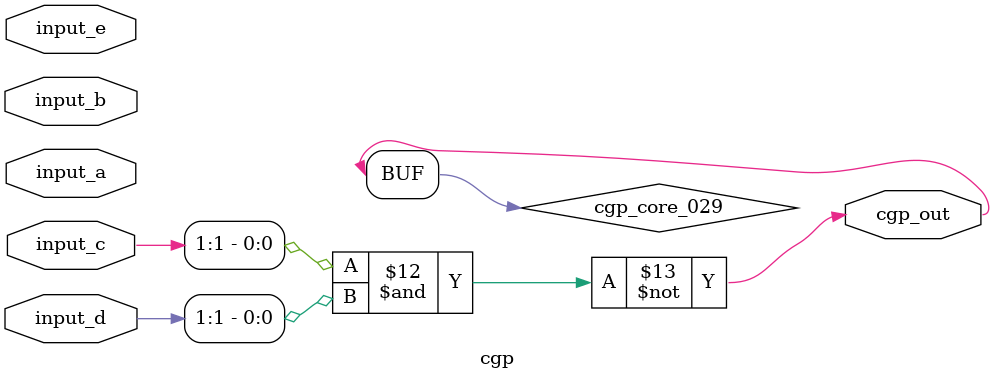
<source format=v>
module cgp(input [1:0] input_a, input [1:0] input_b, input [1:0] input_c, input [1:0] input_d, input [1:0] input_e, output [0:0] cgp_out);
  wire cgp_core_012;
  wire cgp_core_017;
  wire cgp_core_020;
  wire cgp_core_021;
  wire cgp_core_025;
  wire cgp_core_028;
  wire cgp_core_029;
  wire cgp_core_030;
  wire cgp_core_031;
  wire cgp_core_035;
  wire cgp_core_036;
  wire cgp_core_037;
  wire cgp_core_038;
  wire cgp_core_039;
  wire cgp_core_040;
  wire cgp_core_041;
  wire cgp_core_043;
  wire cgp_core_045;
  wire cgp_core_046;
  wire cgp_core_047;
  wire cgp_core_050;
  wire cgp_core_052;
  wire cgp_core_054;

  assign cgp_core_012 = ~(input_d[0] & input_a[1]);
  assign cgp_core_017 = ~(input_c[0] & input_a[1]);
  assign cgp_core_020 = ~(input_b[0] | input_c[0]);
  assign cgp_core_021 = ~(input_a[1] | input_e[1]);
  assign cgp_core_025 = ~(input_b[1] | input_b[0]);
  assign cgp_core_028 = ~input_d[1];
  assign cgp_core_029 = ~(input_c[1] & input_d[1]);
  assign cgp_core_030 = ~input_a[0];
  assign cgp_core_031 = ~(input_a[1] ^ input_a[1]);
  assign cgp_core_035 = input_d[0] & input_a[1];
  assign cgp_core_036 = ~(input_d[1] | input_d[0]);
  assign cgp_core_037 = ~input_b[0];
  assign cgp_core_038 = input_a[0] | input_e[0];
  assign cgp_core_039 = input_b[0] | input_e[0];
  assign cgp_core_040 = ~(input_d[1] & input_e[0]);
  assign cgp_core_041 = ~input_c[1];
  assign cgp_core_043 = input_c[1] ^ input_c[1];
  assign cgp_core_045 = input_b[1] & input_a[1];
  assign cgp_core_046 = input_c[0] ^ input_e[0];
  assign cgp_core_047 = ~(input_c[1] ^ input_c[1]);
  assign cgp_core_050 = ~(input_d[1] ^ input_d[1]);
  assign cgp_core_052 = input_a[1] & input_d[1];
  assign cgp_core_054 = ~(input_a[0] & input_c[1]);

  assign cgp_out[0] = cgp_core_029;
endmodule
</source>
